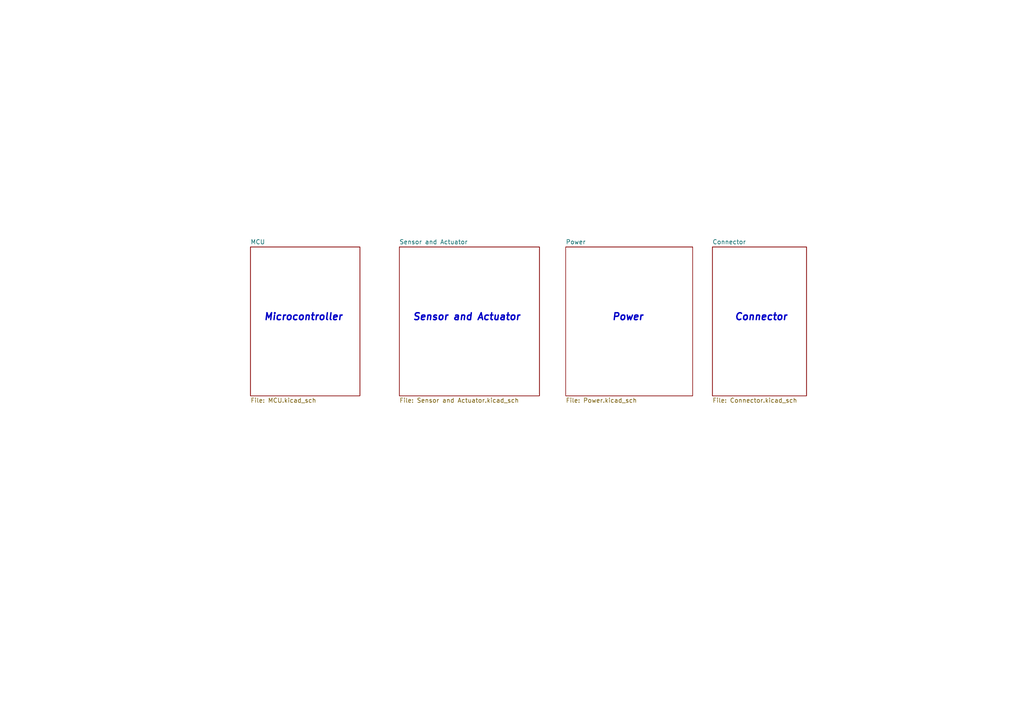
<source format=kicad_sch>
(kicad_sch (version 20230121) (generator eeschema)
  (paper "A4")
  (title_block (date "2023-03-06"))
  (lib_symbols)
  (text "Power" (at 177.419 93.218 0) (effects (font (size 2 2) bold italic) (justify left bottom)))
  (text "Microcontroller" (at 76.454 93.218 0) (effects (font (size 2 2) bold italic) (justify left bottom)))
  (text "Sensor and Actuator" (at 119.634 93.218 0) (effects (font (size 2 2) bold italic) (justify left bottom)))
  (text "Connector" (at 212.979 93.218 0) (effects (font (size 2 2) bold italic) (justify left bottom)))
  (sheet (at 72.644 71.628) (size 31.75 43.18) (stroke (width 0.1524))
    (property "Sheetname" "MCU" (at 72.644 70.9164 0) (effects (justify left bottom)))
    (property "Sheetfile" "MCU.kicad_sch" (at 72.644 115.3926 0) (effects (justify left top)))
  )
  (sheet (at 206.629 71.628) (size 27.305 43.18) (stroke (width 0.1524))
    (property "Sheetname" "Connector" (at 206.629 70.9164 0) (effects (justify left bottom)))
    (property "Sheetfile" "Connector.kicad_sch" (at 206.629 115.3926 0) (effects (justify left top)))
  )
  (sheet (at 115.824 71.628) (size 40.64 43.18) (stroke (width 0.1524))
    (property "Sheetname" "Sensor and Actuator" (at 115.824 70.9164 0) (effects (justify left bottom)))
    (property "Sheetfile" "Sensor and Actuator.kicad_sch" (at 115.824 115.3926 0) (effects (justify left top)))
  )
  (sheet (at 164.084 71.628) (size 36.83 43.18) (stroke (width 0.1524))
    (property "Sheetname" "Power" (at 164.084 70.9164 0) (effects (justify left bottom)))
    (property "Sheetfile" "Power.kicad_sch" (at 164.084 115.3926 0) (effects (justify left top)))
  )
)
</source>
